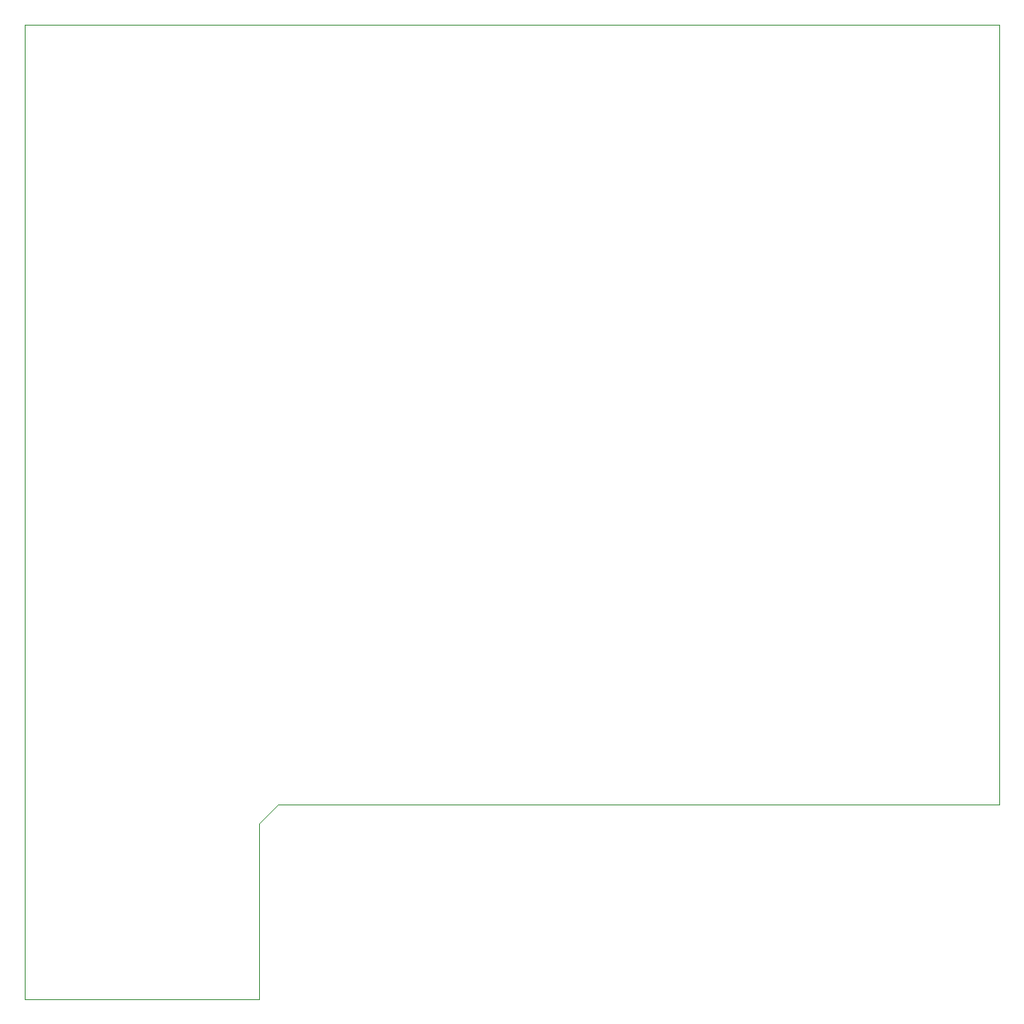
<source format=gm1>
%TF.GenerationSoftware,KiCad,Pcbnew,7.0.10*%
%TF.CreationDate,2024-03-06T18:57:33-08:00*%
%TF.ProjectId,player_system,706c6179-6572-45f7-9379-7374656d2e6b,rev?*%
%TF.SameCoordinates,Original*%
%TF.FileFunction,Profile,NP*%
%FSLAX46Y46*%
G04 Gerber Fmt 4.6, Leading zero omitted, Abs format (unit mm)*
G04 Created by KiCad (PCBNEW 7.0.10) date 2024-03-06 18:57:33*
%MOMM*%
%LPD*%
G01*
G04 APERTURE LIST*
%TA.AperFunction,Profile*%
%ADD10C,0.100000*%
%TD*%
G04 APERTURE END LIST*
D10*
X113000000Y-117000000D02*
X187000000Y-117000000D01*
X111000000Y-119000000D02*
X113000000Y-117000000D01*
X111000000Y-137000000D02*
X111000000Y-119000000D01*
X187000000Y-117000000D02*
X187000000Y-37000000D01*
X87000000Y-137000000D02*
X111000000Y-137000000D01*
X87000000Y-37000000D02*
X87000000Y-137000000D01*
X87000000Y-37000000D02*
X187000000Y-37000000D01*
M02*

</source>
